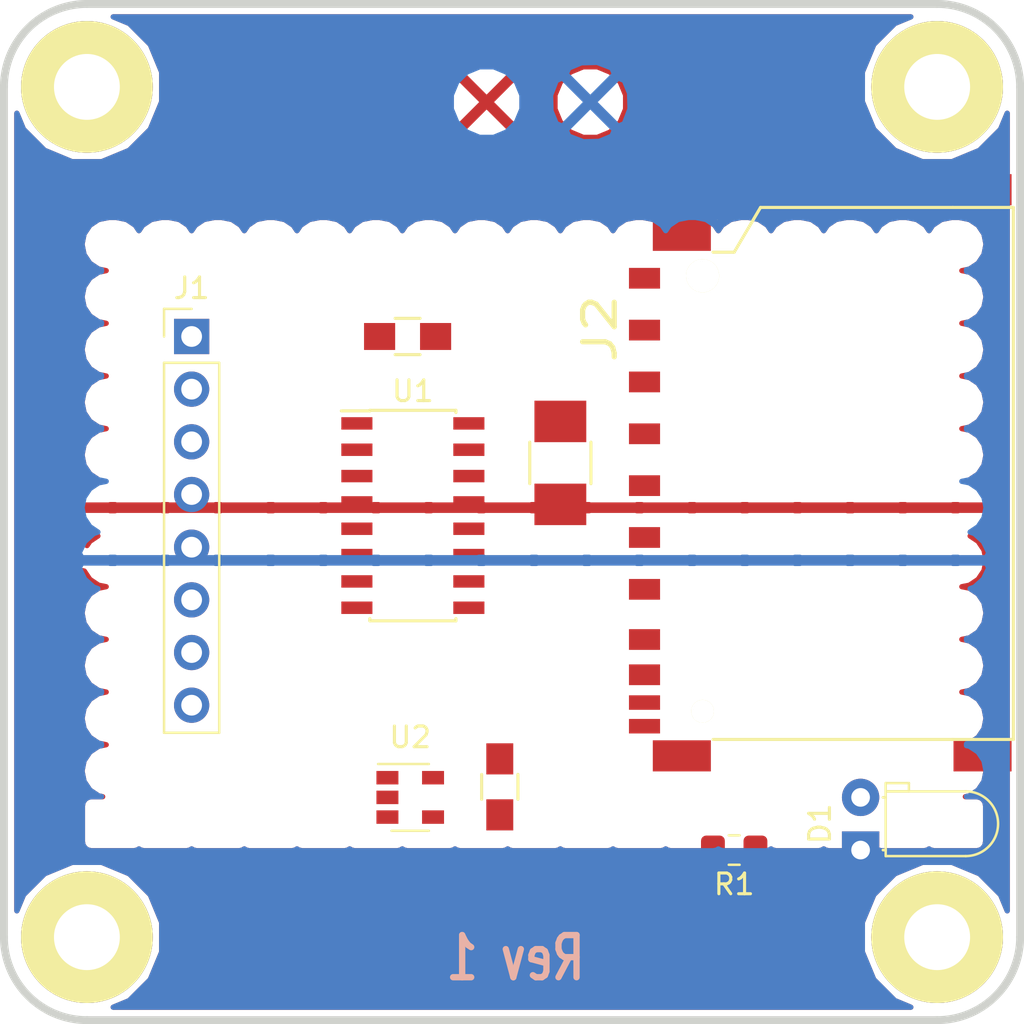
<source format=kicad_pcb>
(kicad_pcb (version 20171130) (host pcbnew "(5.0.2)-1")

  (general
    (thickness 1.6002)
    (drawings 13)
    (tracks 0)
    (zones 0)
    (modules 13)
    (nets 15)
  )

  (page A)
  (title_block
    (date "28 mar 2015")
    (rev X1)
  )

  (layers
    (0 Front signal)
    (31 Back signal)
    (36 B.SilkS user)
    (37 F.SilkS user)
    (38 B.Mask user)
    (39 F.Mask user)
    (40 Dwgs.User user hide)
    (44 Edge.Cuts user)
  )

  (setup
    (last_trace_width 0.2032)
    (user_trace_width 0.254)
    (user_trace_width 0.635)
    (trace_clearance 0.254)
    (zone_clearance 0.3048)
    (zone_45_only no)
    (trace_min 0.2032)
    (segment_width 0.381)
    (edge_width 0.381)
    (via_size 0.889)
    (via_drill 0.635)
    (via_min_size 0.889)
    (via_min_drill 0.508)
    (uvia_size 0.508)
    (uvia_drill 0.127)
    (uvias_allowed no)
    (uvia_min_size 0.508)
    (uvia_min_drill 0.127)
    (pcb_text_width 0.3048)
    (pcb_text_size 1.524 2.032)
    (mod_edge_width 0.381)
    (mod_text_size 1.524 1.524)
    (mod_text_width 0.3048)
    (pad_size 6.35 6.35)
    (pad_drill 3.175)
    (pad_to_mask_clearance 0.1524)
    (solder_mask_min_width 0.25)
    (aux_axis_origin 0 0)
    (visible_elements 7FFFFF7F)
    (pcbplotparams
      (layerselection 0x010f0_80000001)
      (usegerberextensions true)
      (usegerberattributes false)
      (usegerberadvancedattributes false)
      (creategerberjobfile false)
      (excludeedgelayer true)
      (linewidth 0.150000)
      (plotframeref false)
      (viasonmask false)
      (mode 1)
      (useauxorigin false)
      (hpglpennumber 1)
      (hpglpenspeed 20)
      (hpglpendiameter 15.000000)
      (psnegative false)
      (psa4output false)
      (plotreference true)
      (plotvalue false)
      (plotinvisibletext false)
      (padsonsilk false)
      (subtractmaskfromsilk false)
      (outputformat 1)
      (mirror false)
      (drillshape 0)
      (scaleselection 1)
      (outputdirectory "plots/"))
  )

  (net 0 "")
  (net 1 GND)
  (net 2 VCC)
  (net 3 "Net-(D1-Pad1)")
  (net 4 "Net-(D1-Pad2)")
  (net 5 /5V)
  (net 6 /3P3V)
  (net 7 "Net-(J1-Pad3)")
  (net 8 /SDCS)
  (net 9 /MOSI)
  (net 10 /SCLK)
  (net 11 /MISO)
  (net 12 "Net-(J2-Pad2)")
  (net 13 "Net-(J2-Pad1)")
  (net 14 "Net-(J2-Pad5)")

  (net_class Default "This is the default net class."
    (clearance 0.254)
    (trace_width 0.2032)
    (via_dia 0.889)
    (via_drill 0.635)
    (uvia_dia 0.508)
    (uvia_drill 0.127)
    (add_net /3P3V)
    (add_net /5V)
    (add_net /MISO)
    (add_net /MOSI)
    (add_net /SCLK)
    (add_net /SDCS)
    (add_net GND)
    (add_net "Net-(D1-Pad1)")
    (add_net "Net-(D1-Pad2)")
    (add_net "Net-(J1-Pad3)")
    (add_net "Net-(J2-Pad1)")
    (add_net "Net-(J2-Pad2)")
    (add_net "Net-(J2-Pad5)")
    (add_net VCC)
  )

  (net_class POWER ""
    (clearance 0.254)
    (trace_width 0.635)
    (via_dia 0.889)
    (via_drill 0.635)
    (uvia_dia 0.508)
    (uvia_drill 0.127)
  )

  (module MTG-4-40 locked (layer Front) (tedit 50F036E3) (tstamp 51AF63A5)
    (at 14 55)
    (path /5030F2C2)
    (fp_text reference MTG3 (at -6.858 -0.635) (layer F.SilkS) hide
      (effects (font (size 1.524 1.524) (thickness 0.3048)))
    )
    (fp_text value CONN_1 (at 0 -5.08) (layer F.SilkS) hide
      (effects (font (size 1.524 1.524) (thickness 0.3048)))
    )
    (pad 1 thru_hole circle (at 0 0) (size 6.35 6.35) (drill 3.175) (layers *.Cu *.Mask F.SilkS))
  )

  (module MTG-4-40 locked (layer Front) (tedit 50F036E3) (tstamp 51AF63AA)
    (at 55 55)
    (path /5030F2C1)
    (fp_text reference MTG4 (at -6.858 -0.635) (layer F.SilkS) hide
      (effects (font (size 1.524 1.524) (thickness 0.3048)))
    )
    (fp_text value CONN_1 (at 0 -5.08) (layer F.SilkS) hide
      (effects (font (size 1.524 1.524) (thickness 0.3048)))
    )
    (pad 1 thru_hole circle (at 0 0) (size 6.35 6.35) (drill 3.175) (layers *.Cu *.Mask F.SilkS))
  )

  (module MTG-4-40 locked (layer Front) (tedit 50F036E3) (tstamp 51AF63AF)
    (at 55 14)
    (path /5030F2BD)
    (fp_text reference MTG2 (at -6.858 -0.635) (layer F.SilkS) hide
      (effects (font (size 1.524 1.524) (thickness 0.3048)))
    )
    (fp_text value CONN_1 (at 0 -5.08) (layer F.SilkS) hide
      (effects (font (size 1.524 1.524) (thickness 0.3048)))
    )
    (pad 1 thru_hole circle (at 0 0) (size 6.35 6.35) (drill 3.175) (layers *.Cu *.Mask F.SilkS))
  )

  (module MTG-4-40 locked (layer Front) (tedit 50F036E3) (tstamp 51AF63B4)
    (at 14 14)
    (path /5030F2A7)
    (fp_text reference MTG1 (at -6.858 -0.635) (layer F.SilkS) hide
      (effects (font (size 1.524 1.524) (thickness 0.3048)))
    )
    (fp_text value CONN_1 (at 0 -5.08) (layer F.SilkS) hide
      (effects (font (size 1.524 1.524) (thickness 0.3048)))
    )
    (pad 1 thru_hole circle (at 0 0) (size 6.35 6.35) (drill 3.175) (layers *.Cu *.Mask F.SilkS))
  )

  (module Resistors_SMD:R_1210_HandSoldering (layer Front) (tedit 57F06C69) (tstamp 57F07CB8)
    (at 36.83 32.131 270)
    (descr "Resistor SMD 1210, hand soldering")
    (tags "resistor 1210")
    (path /57F0F90C)
    (attr smd)
    (fp_text reference C1 (at 0 -2.7 270) (layer F.SilkS) hide
      (effects (font (size 1 1) (thickness 0.15)))
    )
    (fp_text value 0.1uF (at 0 2.7 270) (layer F.Fab) hide
      (effects (font (size 1 1) (thickness 0.15)))
    )
    (fp_line (start -3.3 -1.6) (end 3.3 -1.6) (layer F.CrtYd) (width 0.05))
    (fp_line (start -3.3 1.6) (end 3.3 1.6) (layer F.CrtYd) (width 0.05))
    (fp_line (start -3.3 -1.6) (end -3.3 1.6) (layer F.CrtYd) (width 0.05))
    (fp_line (start 3.3 -1.6) (end 3.3 1.6) (layer F.CrtYd) (width 0.05))
    (fp_line (start 1 1.475) (end -1 1.475) (layer F.SilkS) (width 0.15))
    (fp_line (start -1 -1.475) (end 1 -1.475) (layer F.SilkS) (width 0.15))
    (pad 1 smd rect (at -2 0 270) (size 2 2.5) (layers Front F.Mask)
      (net 2 VCC))
    (pad 2 smd rect (at 2 0 270) (size 2 2.5) (layers Front F.Mask)
      (net 1 GND))
    (model Resistors_SMD.3dshapes/R_1210_HandSoldering.wrl
      (at (xyz 0 0 0))
      (scale (xyz 1 1 1))
      (rotate (xyz 0 0 0))
    )
  )

  (module Resistors_SMD:R_0805_HandSoldering (layer Front) (tedit 57F06CB5) (tstamp 57F07DD4)
    (at 33.909 47.752 270)
    (descr "Resistor SMD 0805, hand soldering")
    (tags "resistor 0805")
    (path /51CCA2BF)
    (attr smd)
    (fp_text reference C2 (at 0 -2.1 270) (layer F.SilkS) hide
      (effects (font (size 1 1) (thickness 0.15)))
    )
    (fp_text value 0.1uF (at 0 2.1 270) (layer F.Fab) hide
      (effects (font (size 1 1) (thickness 0.15)))
    )
    (fp_line (start -2.4 -1) (end 2.4 -1) (layer F.CrtYd) (width 0.05))
    (fp_line (start -2.4 1) (end 2.4 1) (layer F.CrtYd) (width 0.05))
    (fp_line (start -2.4 -1) (end -2.4 1) (layer F.CrtYd) (width 0.05))
    (fp_line (start 2.4 -1) (end 2.4 1) (layer F.CrtYd) (width 0.05))
    (fp_line (start 0.6 0.875) (end -0.6 0.875) (layer F.SilkS) (width 0.15))
    (fp_line (start -0.6 -0.875) (end 0.6 -0.875) (layer F.SilkS) (width 0.15))
    (pad 1 smd rect (at -1.35 0 270) (size 1.5 1.3) (layers Front F.Mask)
      (net 2 VCC))
    (pad 2 smd rect (at 1.35 0 270) (size 1.5 1.3) (layers Front F.Mask)
      (net 1 GND))
    (model Resistors_SMD.3dshapes/R_0805_HandSoldering.wrl
      (at (xyz 0 0 0))
      (scale (xyz 1 1 1))
      (rotate (xyz 0 0 0))
    )
  )

  (module Resistors_SMD:R_0805_HandSoldering (layer Front) (tedit 57F06CCB) (tstamp 57F07DDF)
    (at 29.464 26.035 180)
    (descr "Resistor SMD 0805, hand soldering")
    (tags "resistor 0805")
    (path /51CCA2CE)
    (attr smd)
    (fp_text reference C4 (at 0 -2.1 180) (layer F.SilkS) hide
      (effects (font (size 1 1) (thickness 0.15)))
    )
    (fp_text value 0.1uF (at 0 2.1 180) (layer F.Fab) hide
      (effects (font (size 1 1) (thickness 0.15)))
    )
    (fp_line (start -2.4 -1) (end 2.4 -1) (layer F.CrtYd) (width 0.05))
    (fp_line (start -2.4 1) (end 2.4 1) (layer F.CrtYd) (width 0.05))
    (fp_line (start -2.4 -1) (end -2.4 1) (layer F.CrtYd) (width 0.05))
    (fp_line (start 2.4 -1) (end 2.4 1) (layer F.CrtYd) (width 0.05))
    (fp_line (start 0.6 0.875) (end -0.6 0.875) (layer F.SilkS) (width 0.15))
    (fp_line (start -0.6 -0.875) (end 0.6 -0.875) (layer F.SilkS) (width 0.15))
    (pad 1 smd rect (at -1.35 0 180) (size 1.5 1.3) (layers Front F.Mask)
      (net 2 VCC))
    (pad 2 smd rect (at 1.35 0 180) (size 1.5 1.3) (layers Front F.Mask)
      (net 1 GND))
    (model Resistors_SMD.3dshapes/R_0805_HandSoldering.wrl
      (at (xyz 0 0 0))
      (scale (xyz 1 1 1))
      (rotate (xyz 0 0 0))
    )
  )

  (module LED_THT:LED_D3.0mm_Horizontal_O1.27mm_Z2.0mm_IRBlack (layer Front) (tedit 5A6C9E1E) (tstamp 5DD4426A)
    (at 51.308 50.8 90)
    (descr "LED, diameter 3.0mm z-position of LED center 2.0mm, 2 pins")
    (tags "LED diameter 3.0mm z-position of LED center 2.0mm 2 pins")
    (path /5DD354A1)
    (fp_text reference D1 (at 1.27 -1.96 90) (layer F.SilkS)
      (effects (font (size 1 1) (thickness 0.15)))
    )
    (fp_text value LED_ALT (at 1.27 7.63 90) (layer F.Fab)
      (effects (font (size 1 1) (thickness 0.15)))
    )
    (fp_text user %R (at 1.27 0 90) (layer F.Fab)
      (effects (font (size 1 1) (thickness 0.15)))
    )
    (fp_line (start -0.23 1.27) (end -0.23 5.07) (layer F.Fab) (width 0.1))
    (fp_line (start 2.77 1.27) (end 2.77 5.07) (layer F.Fab) (width 0.1))
    (fp_line (start -0.23 1.27) (end 2.77 1.27) (layer F.Fab) (width 0.1))
    (fp_line (start 3.17 1.27) (end 3.17 2.27) (layer F.Fab) (width 0.1))
    (fp_line (start 3.17 2.27) (end 2.77 2.27) (layer F.Fab) (width 0.1))
    (fp_line (start 2.77 2.27) (end 2.77 1.27) (layer F.Fab) (width 0.1))
    (fp_line (start 2.77 1.27) (end 3.17 1.27) (layer F.Fab) (width 0.1))
    (fp_line (start 0 0) (end 0 1.27) (layer F.Fab) (width 0.1))
    (fp_line (start 0 1.27) (end 0 1.27) (layer F.Fab) (width 0.1))
    (fp_line (start 0 1.27) (end 0 0) (layer F.Fab) (width 0.1))
    (fp_line (start 0 0) (end 0 0) (layer F.Fab) (width 0.1))
    (fp_line (start 2.54 0) (end 2.54 1.27) (layer F.Fab) (width 0.1))
    (fp_line (start 2.54 1.27) (end 2.54 1.27) (layer F.Fab) (width 0.1))
    (fp_line (start 2.54 1.27) (end 2.54 0) (layer F.Fab) (width 0.1))
    (fp_line (start 2.54 0) (end 2.54 0) (layer F.Fab) (width 0.1))
    (fp_line (start -0.29 1.21) (end -0.29 5.07) (layer F.SilkS) (width 0.12))
    (fp_line (start 2.83 1.21) (end 2.83 5.07) (layer F.SilkS) (width 0.12))
    (fp_line (start -0.29 1.21) (end 2.83 1.21) (layer F.SilkS) (width 0.12))
    (fp_line (start 3.23 1.21) (end 3.23 2.33) (layer F.SilkS) (width 0.12))
    (fp_line (start 3.23 2.33) (end 2.83 2.33) (layer F.SilkS) (width 0.12))
    (fp_line (start 2.83 2.33) (end 2.83 1.21) (layer F.SilkS) (width 0.12))
    (fp_line (start 2.83 1.21) (end 3.23 1.21) (layer F.SilkS) (width 0.12))
    (fp_line (start 0 1.08) (end 0 1.21) (layer F.SilkS) (width 0.12))
    (fp_line (start 0 1.21) (end 0 1.21) (layer F.SilkS) (width 0.12))
    (fp_line (start 0 1.21) (end 0 1.08) (layer F.SilkS) (width 0.12))
    (fp_line (start 0 1.08) (end 0 1.08) (layer F.SilkS) (width 0.12))
    (fp_line (start 2.54 1.08) (end 2.54 1.21) (layer F.SilkS) (width 0.12))
    (fp_line (start 2.54 1.21) (end 2.54 1.21) (layer F.SilkS) (width 0.12))
    (fp_line (start 2.54 1.21) (end 2.54 1.08) (layer F.SilkS) (width 0.12))
    (fp_line (start 2.54 1.08) (end 2.54 1.08) (layer F.SilkS) (width 0.12))
    (fp_line (start -1.25 -1.25) (end -1.25 6.9) (layer F.CrtYd) (width 0.05))
    (fp_line (start -1.25 6.9) (end 3.75 6.9) (layer F.CrtYd) (width 0.05))
    (fp_line (start 3.75 6.9) (end 3.75 -1.25) (layer F.CrtYd) (width 0.05))
    (fp_line (start 3.75 -1.25) (end -1.25 -1.25) (layer F.CrtYd) (width 0.05))
    (fp_arc (start 1.27 5.07) (end -0.23 5.07) (angle -180) (layer F.Fab) (width 0.1))
    (fp_arc (start 1.27 5.07) (end -0.29 5.07) (angle -180) (layer F.SilkS) (width 0.12))
    (pad 1 thru_hole rect (at 0 0 90) (size 1.8 1.8) (drill 0.9) (layers *.Cu *.Mask)
      (net 3 "Net-(D1-Pad1)"))
    (pad 2 thru_hole circle (at 2.54 0 90) (size 1.8 1.8) (drill 0.9) (layers *.Cu *.Mask)
      (net 4 "Net-(D1-Pad2)"))
    (model ${KISYS3DMOD}/LED_THT.3dshapes/LED_D3.0mm_Horizontal_O1.27mm_Z2.0mm_IRBlack.wrl
      (at (xyz 0 0 0))
      (scale (xyz 1 1 1))
      (rotate (xyz 0 0 0))
    )
  )

  (module Connector_PinHeader_2.54mm:PinHeader_1x08_P2.54mm_Vertical (layer Front) (tedit 59FED5CC) (tstamp 5DD44286)
    (at 19.05 26.035)
    (descr "Through hole straight pin header, 1x08, 2.54mm pitch, single row")
    (tags "Through hole pin header THT 1x08 2.54mm single row")
    (path /5DD34E61)
    (fp_text reference J1 (at 0 -2.33) (layer F.SilkS)
      (effects (font (size 1 1) (thickness 0.15)))
    )
    (fp_text value Conn_01x08 (at 0 20.11) (layer F.Fab)
      (effects (font (size 1 1) (thickness 0.15)))
    )
    (fp_line (start -0.635 -1.27) (end 1.27 -1.27) (layer F.Fab) (width 0.1))
    (fp_line (start 1.27 -1.27) (end 1.27 19.05) (layer F.Fab) (width 0.1))
    (fp_line (start 1.27 19.05) (end -1.27 19.05) (layer F.Fab) (width 0.1))
    (fp_line (start -1.27 19.05) (end -1.27 -0.635) (layer F.Fab) (width 0.1))
    (fp_line (start -1.27 -0.635) (end -0.635 -1.27) (layer F.Fab) (width 0.1))
    (fp_line (start -1.33 19.11) (end 1.33 19.11) (layer F.SilkS) (width 0.12))
    (fp_line (start -1.33 1.27) (end -1.33 19.11) (layer F.SilkS) (width 0.12))
    (fp_line (start 1.33 1.27) (end 1.33 19.11) (layer F.SilkS) (width 0.12))
    (fp_line (start -1.33 1.27) (end 1.33 1.27) (layer F.SilkS) (width 0.12))
    (fp_line (start -1.33 0) (end -1.33 -1.33) (layer F.SilkS) (width 0.12))
    (fp_line (start -1.33 -1.33) (end 0 -1.33) (layer F.SilkS) (width 0.12))
    (fp_line (start -1.8 -1.8) (end -1.8 19.55) (layer F.CrtYd) (width 0.05))
    (fp_line (start -1.8 19.55) (end 1.8 19.55) (layer F.CrtYd) (width 0.05))
    (fp_line (start 1.8 19.55) (end 1.8 -1.8) (layer F.CrtYd) (width 0.05))
    (fp_line (start 1.8 -1.8) (end -1.8 -1.8) (layer F.CrtYd) (width 0.05))
    (fp_text user %R (at 0 8.89 90) (layer F.Fab)
      (effects (font (size 1 1) (thickness 0.15)))
    )
    (pad 1 thru_hole rect (at 0 0) (size 1.7 1.7) (drill 1) (layers *.Cu *.Mask)
      (net 5 /5V))
    (pad 2 thru_hole oval (at 0 2.54) (size 1.7 1.7) (drill 1) (layers *.Cu *.Mask)
      (net 6 /3P3V))
    (pad 3 thru_hole oval (at 0 5.08) (size 1.7 1.7) (drill 1) (layers *.Cu *.Mask)
      (net 7 "Net-(J1-Pad3)"))
    (pad 4 thru_hole oval (at 0 7.62) (size 1.7 1.7) (drill 1) (layers *.Cu *.Mask)
      (net 8 /SDCS))
    (pad 5 thru_hole oval (at 0 10.16) (size 1.7 1.7) (drill 1) (layers *.Cu *.Mask)
      (net 9 /MOSI))
    (pad 6 thru_hole oval (at 0 12.7) (size 1.7 1.7) (drill 1) (layers *.Cu *.Mask)
      (net 10 /SCLK))
    (pad 7 thru_hole oval (at 0 15.24) (size 1.7 1.7) (drill 1) (layers *.Cu *.Mask)
      (net 11 /MISO))
    (pad 8 thru_hole oval (at 0 17.78) (size 1.7 1.7) (drill 1) (layers *.Cu *.Mask)
      (net 1 GND))
    (model ${KISYS3DMOD}/Connector_PinHeader_2.54mm.3dshapes/PinHeader_1x08_P2.54mm_Vertical.wrl
      (at (xyz 0 0 0))
      (scale (xyz 1 1 1))
      (rotate (xyz 0 0 0))
    )
  )

  (module LandBoards_Conns:SD_CARD (layer Front) (tedit 58824ABB) (tstamp 5DD442A4)
    (at 43.688 38.227 90)
    (path /5DD34C75)
    (fp_text reference J2 (at 12.573 -4.953 90) (layer F.SilkS)
      (effects (font (size 1.524 1.905) (thickness 0.25)))
    )
    (fp_text value SD_Card (at 5.461 16.129 90) (layer F.Fab) hide
      (effects (font (size 1 1) (thickness 0.15)))
    )
    (fp_line (start -7.239 12.065) (end -7.239 14.986) (layer F.SilkS) (width 0.15))
    (fp_line (start -7.239 14.986) (end 18.288 14.986) (layer F.SilkS) (width 0.15))
    (fp_line (start 18.288 14.986) (end 18.415 14.986) (layer F.SilkS) (width 0.15))
    (fp_line (start 18.415 14.986) (end 18.415 12.065) (layer F.SilkS) (width 0.15))
    (fp_line (start -7.239 0.508) (end -7.239 12.065) (layer F.SilkS) (width 0.15))
    (fp_line (start 18.415 12.065) (end 18.415 2.794) (layer F.SilkS) (width 0.15))
    (fp_line (start 18.415 2.794) (end 16.256 1.524) (layer F.SilkS) (width 0.15))
    (fp_line (start 16.256 1.524) (end 16.256 0.508) (layer F.SilkS) (width 0.15))
    (fp_line (start 17.82 0.72) (end 17.82 0.71) (layer F.SilkS) (width 0.01))
    (pad 11 smd rect (at -6.6 -2.8 90) (size 0.7 1.5) (layers Front F.Mask))
    (pad 10 smd rect (at -5.46 -2.8 90) (size 0.7 1.5) (layers Front F.Mask)
      (net 7 "Net-(J1-Pad3)"))
    (pad "" np_thru_hole circle (at 15.12 0 90) (size 1.6 1.6) (drill 1.6) (layers *.Cu *.Mask F.SilkS))
    (pad 2 smd rect (at 10 -2.8 90) (size 1 1.5) (layers Front F.Mask)
      (net 12 "Net-(J2-Pad2)"))
    (pad 1 smd rect (at 12.5 -2.8 90) (size 1 1.5) (layers Front F.Mask)
      (net 13 "Net-(J2-Pad1)"))
    (pad 3 smd rect (at 7.5 -2.8 90) (size 1 1.5) (layers Front F.Mask)
      (net 1 GND))
    (pad 4 smd rect (at 5 -2.8 90) (size 1 1.5) (layers Front F.Mask)
      (net 6 /3P3V))
    (pad 5 smd rect (at 2.5 -2.8 90) (size 1 1.5) (layers Front F.Mask)
      (net 14 "Net-(J2-Pad5)"))
    (pad 6 smd rect (at 0 -2.8 90) (size 1 1.5) (layers Front F.Mask)
      (net 1 GND))
    (pad 7 smd rect (at -2.42 -2.8 90) (size 1 1.5) (layers Front F.Mask)
      (net 11 /MISO))
    (pad 8 smd rect (at -4.12 -2.8 90) (size 1 1.5) (layers Front F.Mask))
    (pad 9 smd rect (at 15 -2.8 90) (size 1 1.5) (layers Front F.Mask))
    (pad 12 smd rect (at 17.07 -1 90) (size 1.5 2.8) (layers Front F.Mask)
      (net 1 GND))
    (pad 13 smd rect (at -8.03 -1 90) (size 1.5 2.8) (layers Front F.Mask)
      (net 1 GND))
    (pad 14 smd rect (at -8.03 13.5 90) (size 1.5 2.8) (layers Front F.Mask))
    (pad 15 smd rect (at 19.27 13.5 90) (size 1.5 2.8) (layers Front F.Mask))
    (pad "" np_thru_hole circle (at -5.88 0 90) (size 1.1 1.1) (drill 1.1) (layers *.Cu *.Mask F.SilkS))
  )

  (module Resistor_SMD:R_0805_2012Metric_Pad1.15x1.40mm_HandSolder (layer Front) (tedit 5B36C52B) (tstamp 5DD442B5)
    (at 45.212 50.8 180)
    (descr "Resistor SMD 0805 (2012 Metric), square (rectangular) end terminal, IPC_7351 nominal with elongated pad for handsoldering. (Body size source: https://docs.google.com/spreadsheets/d/1BsfQQcO9C6DZCsRaXUlFlo91Tg2WpOkGARC1WS5S8t0/edit?usp=sharing), generated with kicad-footprint-generator")
    (tags "resistor handsolder")
    (path /5DD35555)
    (attr smd)
    (fp_text reference R1 (at 0 -1.65 180) (layer F.SilkS)
      (effects (font (size 1 1) (thickness 0.15)))
    )
    (fp_text value 1K (at 0 1.65 180) (layer F.Fab)
      (effects (font (size 1 1) (thickness 0.15)))
    )
    (fp_line (start -1 0.6) (end -1 -0.6) (layer F.Fab) (width 0.1))
    (fp_line (start -1 -0.6) (end 1 -0.6) (layer F.Fab) (width 0.1))
    (fp_line (start 1 -0.6) (end 1 0.6) (layer F.Fab) (width 0.1))
    (fp_line (start 1 0.6) (end -1 0.6) (layer F.Fab) (width 0.1))
    (fp_line (start -0.261252 -0.71) (end 0.261252 -0.71) (layer F.SilkS) (width 0.12))
    (fp_line (start -0.261252 0.71) (end 0.261252 0.71) (layer F.SilkS) (width 0.12))
    (fp_line (start -1.85 0.95) (end -1.85 -0.95) (layer F.CrtYd) (width 0.05))
    (fp_line (start -1.85 -0.95) (end 1.85 -0.95) (layer F.CrtYd) (width 0.05))
    (fp_line (start 1.85 -0.95) (end 1.85 0.95) (layer F.CrtYd) (width 0.05))
    (fp_line (start 1.85 0.95) (end -1.85 0.95) (layer F.CrtYd) (width 0.05))
    (fp_text user %R (at 0 0 180) (layer F.Fab)
      (effects (font (size 0.5 0.5) (thickness 0.08)))
    )
    (pad 1 smd roundrect (at -1.025 0 180) (size 1.15 1.4) (layers Front F.Paste F.Mask) (roundrect_rratio 0.217391)
      (net 3 "Net-(D1-Pad1)"))
    (pad 2 smd roundrect (at 1.025 0 180) (size 1.15 1.4) (layers Front F.Paste F.Mask) (roundrect_rratio 0.217391)
      (net 8 /SDCS))
    (model ${KISYS3DMOD}/Resistor_SMD.3dshapes/R_0805_2012Metric.wrl
      (at (xyz 0 0 0))
      (scale (xyz 1 1 1))
      (rotate (xyz 0 0 0))
    )
  )

  (module Package_SO:SOIC-16_3.9x9.9mm_P1.27mm (layer Front) (tedit 5A02F2D3) (tstamp 5DD442DA)
    (at 29.718 34.671)
    (descr "16-Lead Plastic Small Outline (SL) - Narrow, 3.90 mm Body [SOIC] (see Microchip Packaging Specification 00000049BS.pdf)")
    (tags "SOIC 1.27")
    (path /5DD352BB)
    (attr smd)
    (fp_text reference U1 (at 0 -6) (layer F.SilkS)
      (effects (font (size 1 1) (thickness 0.15)))
    )
    (fp_text value 4050 (at 0 6) (layer F.Fab)
      (effects (font (size 1 1) (thickness 0.15)))
    )
    (fp_text user %R (at 0 0) (layer F.Fab)
      (effects (font (size 0.9 0.9) (thickness 0.135)))
    )
    (fp_line (start -0.95 -4.95) (end 1.95 -4.95) (layer F.Fab) (width 0.15))
    (fp_line (start 1.95 -4.95) (end 1.95 4.95) (layer F.Fab) (width 0.15))
    (fp_line (start 1.95 4.95) (end -1.95 4.95) (layer F.Fab) (width 0.15))
    (fp_line (start -1.95 4.95) (end -1.95 -3.95) (layer F.Fab) (width 0.15))
    (fp_line (start -1.95 -3.95) (end -0.95 -4.95) (layer F.Fab) (width 0.15))
    (fp_line (start -3.7 -5.25) (end -3.7 5.25) (layer F.CrtYd) (width 0.05))
    (fp_line (start 3.7 -5.25) (end 3.7 5.25) (layer F.CrtYd) (width 0.05))
    (fp_line (start -3.7 -5.25) (end 3.7 -5.25) (layer F.CrtYd) (width 0.05))
    (fp_line (start -3.7 5.25) (end 3.7 5.25) (layer F.CrtYd) (width 0.05))
    (fp_line (start -2.075 -5.075) (end -2.075 -5.05) (layer F.SilkS) (width 0.15))
    (fp_line (start 2.075 -5.075) (end 2.075 -4.97) (layer F.SilkS) (width 0.15))
    (fp_line (start 2.075 5.075) (end 2.075 4.97) (layer F.SilkS) (width 0.15))
    (fp_line (start -2.075 5.075) (end -2.075 4.97) (layer F.SilkS) (width 0.15))
    (fp_line (start -2.075 -5.075) (end 2.075 -5.075) (layer F.SilkS) (width 0.15))
    (fp_line (start -2.075 5.075) (end 2.075 5.075) (layer F.SilkS) (width 0.15))
    (fp_line (start -2.075 -5.05) (end -3.45 -5.05) (layer F.SilkS) (width 0.15))
    (pad 1 smd rect (at -2.7 -4.445) (size 1.5 0.6) (layers Front F.Paste F.Mask))
    (pad 2 smd rect (at -2.7 -3.175) (size 1.5 0.6) (layers Front F.Paste F.Mask)
      (net 14 "Net-(J2-Pad5)"))
    (pad 3 smd rect (at -2.7 -1.905) (size 1.5 0.6) (layers Front F.Paste F.Mask)
      (net 10 /SCLK))
    (pad 4 smd rect (at -2.7 -0.635) (size 1.5 0.6) (layers Front F.Paste F.Mask)
      (net 12 "Net-(J2-Pad2)"))
    (pad 5 smd rect (at -2.7 0.635) (size 1.5 0.6) (layers Front F.Paste F.Mask)
      (net 9 /MOSI))
    (pad 6 smd rect (at -2.7 1.905) (size 1.5 0.6) (layers Front F.Paste F.Mask)
      (net 13 "Net-(J2-Pad1)"))
    (pad 7 smd rect (at -2.7 3.175) (size 1.5 0.6) (layers Front F.Paste F.Mask)
      (net 8 /SDCS))
    (pad 8 smd rect (at -2.7 4.445) (size 1.5 0.6) (layers Front F.Paste F.Mask))
    (pad 9 smd rect (at 2.7 4.445) (size 1.5 0.6) (layers Front F.Paste F.Mask)
      (net 10 /SCLK))
    (pad 10 smd rect (at 2.7 3.175) (size 1.5 0.6) (layers Front F.Paste F.Mask)
      (net 4 "Net-(D1-Pad2)"))
    (pad 11 smd rect (at 2.7 1.905) (size 1.5 0.6) (layers Front F.Paste F.Mask)
      (net 1 GND))
    (pad 12 smd rect (at 2.7 0.635) (size 1.5 0.6) (layers Front F.Paste F.Mask))
    (pad 13 smd rect (at 2.7 -0.635) (size 1.5 0.6) (layers Front F.Paste F.Mask))
    (pad 14 smd rect (at 2.7 -1.905) (size 1.5 0.6) (layers Front F.Paste F.Mask)
      (net 1 GND))
    (pad 15 smd rect (at 2.7 -3.175) (size 1.5 0.6) (layers Front F.Paste F.Mask))
    (pad 16 smd rect (at 2.7 -4.445) (size 1.5 0.6) (layers Front F.Paste F.Mask))
    (model ${KISYS3DMOD}/Package_SO.3dshapes/SOIC-16_3.9x9.9mm_P1.27mm.wrl
      (at (xyz 0 0 0))
      (scale (xyz 1 1 1))
      (rotate (xyz 0 0 0))
    )
  )

  (module Package_TO_SOT_SMD:SOT-23-5 (layer Front) (tedit 5A02FF57) (tstamp 5DD442EF)
    (at 29.591 48.26)
    (descr "5-pin SOT23 package")
    (tags SOT-23-5)
    (path /5DD383BB)
    (attr smd)
    (fp_text reference U2 (at 0 -2.9) (layer F.SilkS)
      (effects (font (size 1 1) (thickness 0.15)))
    )
    (fp_text value LP2985-3.3 (at 0 2.9) (layer F.Fab)
      (effects (font (size 1 1) (thickness 0.15)))
    )
    (fp_text user %R (at 0 0 90) (layer F.Fab)
      (effects (font (size 0.5 0.5) (thickness 0.075)))
    )
    (fp_line (start -0.9 1.61) (end 0.9 1.61) (layer F.SilkS) (width 0.12))
    (fp_line (start 0.9 -1.61) (end -1.55 -1.61) (layer F.SilkS) (width 0.12))
    (fp_line (start -1.9 -1.8) (end 1.9 -1.8) (layer F.CrtYd) (width 0.05))
    (fp_line (start 1.9 -1.8) (end 1.9 1.8) (layer F.CrtYd) (width 0.05))
    (fp_line (start 1.9 1.8) (end -1.9 1.8) (layer F.CrtYd) (width 0.05))
    (fp_line (start -1.9 1.8) (end -1.9 -1.8) (layer F.CrtYd) (width 0.05))
    (fp_line (start -0.9 -0.9) (end -0.25 -1.55) (layer F.Fab) (width 0.1))
    (fp_line (start 0.9 -1.55) (end -0.25 -1.55) (layer F.Fab) (width 0.1))
    (fp_line (start -0.9 -0.9) (end -0.9 1.55) (layer F.Fab) (width 0.1))
    (fp_line (start 0.9 1.55) (end -0.9 1.55) (layer F.Fab) (width 0.1))
    (fp_line (start 0.9 -1.55) (end 0.9 1.55) (layer F.Fab) (width 0.1))
    (pad 1 smd rect (at -1.1 -0.95) (size 1.06 0.65) (layers Front F.Paste F.Mask)
      (net 5 /5V))
    (pad 2 smd rect (at -1.1 0) (size 1.06 0.65) (layers Front F.Paste F.Mask)
      (net 1 GND))
    (pad 3 smd rect (at -1.1 0.95) (size 1.06 0.65) (layers Front F.Paste F.Mask))
    (pad 4 smd rect (at 1.1 0.95) (size 1.06 0.65) (layers Front F.Paste F.Mask))
    (pad 5 smd rect (at 1.1 -0.95) (size 1.06 0.65) (layers Front F.Paste F.Mask)
      (net 6 /3P3V))
    (model ${KISYS3DMOD}/Package_TO_SOT_SMD.3dshapes/SOT-23-5.wrl
      (at (xyz 0 0 0))
      (scale (xyz 1 1 1))
      (rotate (xyz 0 0 0))
    )
  )

  (gr_text "Rev 1" (at 34.671 56.007) (layer B.SilkS)
    (effects (font (size 2.032 1.524) (thickness 0.3048)) (justify mirror))
  )
  (dimension 49 (width 0.3048) (layer Dwgs.User)
    (gr_text "49.000 mm" (at 0.3744 34.5 90) (layer Dwgs.User)
      (effects (font (size 2.032 1.524) (thickness 0.3048)))
    )
    (feature1 (pts (xy 14 10) (xy -1.2512 10)))
    (feature2 (pts (xy 14 59) (xy -1.2512 59)))
    (crossbar (pts (xy 2 59) (xy 2 10)))
    (arrow1a (pts (xy 2 10) (xy 2.58642 11.126503)))
    (arrow1b (pts (xy 2 10) (xy 1.41358 11.126503)))
    (arrow2a (pts (xy 2 59) (xy 2.58642 57.873497)))
    (arrow2b (pts (xy 2 59) (xy 1.41358 57.873497)))
  )
  (dimension 49 (width 0.3048) (layer Dwgs.User)
    (gr_text "49.000 mm" (at 34.5 2.374401) (layer Dwgs.User)
      (effects (font (size 2.032 1.524) (thickness 0.3048)))
    )
    (feature1 (pts (xy 10 14) (xy 10 0.748801)))
    (feature2 (pts (xy 59 14) (xy 59 0.748801)))
    (crossbar (pts (xy 59 4.000001) (xy 10 4.000001)))
    (arrow1a (pts (xy 10 4.000001) (xy 11.126503 3.413581)))
    (arrow1b (pts (xy 10 4.000001) (xy 11.126503 4.586421)))
    (arrow2a (pts (xy 59 4.000001) (xy 57.873497 3.413581)))
    (arrow2b (pts (xy 59 4.000001) (xy 57.873497 4.586421)))
  )
  (dimension 41 (width 0.3048) (layer Dwgs.User)
    (gr_text "41.000 mm" (at 34.5 6.374401) (layer Dwgs.User)
      (effects (font (size 2.032 1.524) (thickness 0.3048)))
    )
    (feature1 (pts (xy 55 14) (xy 55 4.748801)))
    (feature2 (pts (xy 14 14) (xy 14 4.748801)))
    (crossbar (pts (xy 14 8.000001) (xy 55 8.000001)))
    (arrow1a (pts (xy 55 8.000001) (xy 53.873497 8.586421)))
    (arrow1b (pts (xy 55 8.000001) (xy 53.873497 7.413581)))
    (arrow2a (pts (xy 14 8.000001) (xy 15.126503 8.586421)))
    (arrow2b (pts (xy 14 8.000001) (xy 15.126503 7.413581)))
  )
  (dimension 41 (width 0.3048) (layer Dwgs.User)
    (gr_text "41.000 mm" (at 6.3744 34.5 90) (layer Dwgs.User)
      (effects (font (size 2.032 1.524) (thickness 0.3048)))
    )
    (feature1 (pts (xy 14 14) (xy 4.7488 14)))
    (feature2 (pts (xy 14 55) (xy 4.7488 55)))
    (crossbar (pts (xy 8 55) (xy 8 14)))
    (arrow1a (pts (xy 8 14) (xy 8.58642 15.126503)))
    (arrow1b (pts (xy 8 14) (xy 7.41358 15.126503)))
    (arrow2a (pts (xy 8 55) (xy 8.58642 53.873497)))
    (arrow2b (pts (xy 8 55) (xy 7.41358 53.873497)))
  )
  (gr_line (start 10 55) (end 10 14) (angle 90) (layer Edge.Cuts) (width 0.381))
  (gr_line (start 55 59) (end 14 59) (angle 90) (layer Edge.Cuts) (width 0.381))
  (gr_line (start 59 14) (end 59 55) (angle 90) (layer Edge.Cuts) (width 0.381))
  (gr_line (start 14 10) (end 55 10) (angle 90) (layer Edge.Cuts) (width 0.381))
  (gr_arc (start 55 55) (end 59 55) (angle 90) (layer Edge.Cuts) (width 0.381))
  (gr_arc (start 55 14) (end 55 10) (angle 90) (layer Edge.Cuts) (width 0.381))
  (gr_arc (start 14 14) (end 10 14) (angle 90) (layer Edge.Cuts) (width 0.381))
  (gr_arc (start 14 55) (end 14 59) (angle 90) (layer Edge.Cuts) (width 0.381))

  (zone (net 2) (net_name VCC) (layer Front) (tstamp 57F077A8) (hatch edge 0.508)
    (connect_pads (clearance 0.3048))
    (min_thickness 0.254)
    (fill yes (arc_segments 16) (thermal_gap 0.508) (thermal_bridge_width 0.508))
    (polygon
      (pts
        (xy 13.97 10.16) (xy 54.61 10.16) (xy 59.055 14.605) (xy 59.055 55.245) (xy 53.975 59.055)
        (xy 14.605 59.055) (xy 10.16 53.975) (xy 10.16 13.97)
      )
    )
    (filled_polygon
      (pts
        (xy 52.959581 10.940521) (xy 51.944087 11.954245) (xy 51.393828 13.279416) (xy 51.392576 14.714289) (xy 51.940521 16.040419)
        (xy 52.954245 17.055913) (xy 54.279416 17.606172) (xy 55.714289 17.607424) (xy 57.040419 17.059479) (xy 58.055913 16.045755)
        (xy 58.3777 15.270806) (xy 58.3777 53.729736) (xy 58.059479 52.959581) (xy 57.045755 51.944087) (xy 55.720584 51.393828)
        (xy 54.285711 51.392576) (xy 52.959581 51.940521) (xy 51.944087 52.954245) (xy 51.393828 54.279416) (xy 51.392576 55.714289)
        (xy 51.940521 57.040419) (xy 52.954245 58.055913) (xy 53.729194 58.3777) (xy 15.270264 58.3777) (xy 16.040419 58.059479)
        (xy 17.055913 57.045755) (xy 17.606172 55.720584) (xy 17.607424 54.285711) (xy 17.059479 52.959581) (xy 16.045755 51.944087)
        (xy 14.720584 51.393828) (xy 13.285711 51.392576) (xy 11.959581 51.940521) (xy 10.944087 52.954245) (xy 10.6223 53.729194)
        (xy 10.6223 36.16) (xy 11.609741 36.16) (xy 11.609741 37.66) (xy 11.63985 37.820015) (xy 11.734419 37.96698)
        (xy 11.878715 38.065573) (xy 12.05 38.100259) (xy 13.35 38.100259) (xy 13.510015 38.07015) (xy 13.65698 37.975581)
        (xy 13.755573 37.831285) (xy 13.790259 37.66) (xy 13.790259 37.327647) (xy 13.874985 37.3445) (xy 14.14325 37.745986)
        (xy 14.563508 38.026794) (xy 14.931541 38.1) (xy 14.563508 38.173206) (xy 14.14325 38.454014) (xy 13.862442 38.874272)
        (xy 13.763836 39.37) (xy 13.862442 39.865728) (xy 14.14325 40.285986) (xy 14.563508 40.566794) (xy 14.931541 40.64)
        (xy 14.563508 40.713206) (xy 14.14325 40.994014) (xy 13.862442 41.414272) (xy 13.763836 41.91) (xy 13.862442 42.405728)
        (xy 14.14325 42.825986) (xy 14.563508 43.106794) (xy 14.931541 43.18) (xy 14.563508 43.253206) (xy 14.14325 43.534014)
        (xy 13.862442 43.954272) (xy 13.763836 44.45) (xy 13.862442 44.945728) (xy 14.14325 45.365986) (xy 14.563508 45.646794)
        (xy 14.931541 45.72) (xy 14.563508 45.793206) (xy 14.14325 46.074014) (xy 13.862442 46.494272) (xy 13.763836 46.99)
        (xy 13.862442 47.485728) (xy 14.14325 47.905986) (xy 14.563508 48.186794) (xy 14.76132 48.226141) (xy 14.224 48.226141)
        (xy 14.063985 48.25625) (xy 13.91702 48.350819) (xy 13.818427 48.495115) (xy 13.783741 48.6664) (xy 13.783741 50.3936)
        (xy 13.81385 50.553615) (xy 13.908419 50.70058) (xy 14.052715 50.799173) (xy 14.224 50.833859) (xy 16.256 50.833859)
        (xy 16.416015 50.80375) (xy 16.510464 50.742974) (xy 16.592715 50.799173) (xy 16.764 50.833859) (xy 18.796 50.833859)
        (xy 18.956015 50.80375) (xy 19.050464 50.742974) (xy 19.132715 50.799173) (xy 19.304 50.833859) (xy 21.336 50.833859)
        (xy 21.496015 50.80375) (xy 21.590464 50.742974) (xy 21.672715 50.799173) (xy 21.844 50.833859) (xy 23.876 50.833859)
        (xy 24.036015 50.80375) (xy 24.130464 50.742974) (xy 24.212715 50.799173) (xy 24.384 50.833859) (xy 26.416 50.833859)
        (xy 26.576015 50.80375) (xy 26.670464 50.742974) (xy 26.752715 50.799173) (xy 26.924 50.833859) (xy 28.956 50.833859)
        (xy 29.116015 50.80375) (xy 29.210464 50.742974) (xy 29.292715 50.799173) (xy 29.464 50.833859) (xy 31.496 50.833859)
        (xy 31.656015 50.80375) (xy 31.750464 50.742974) (xy 31.832715 50.799173) (xy 32.004 50.833859) (xy 34.036 50.833859)
        (xy 34.196015 50.80375) (xy 34.290464 50.742974) (xy 34.372715 50.799173) (xy 34.544 50.833859) (xy 36.576 50.833859)
        (xy 36.736015 50.80375) (xy 36.830464 50.742974) (xy 36.912715 50.799173) (xy 37.084 50.833859) (xy 39.116 50.833859)
        (xy 39.276015 50.80375) (xy 39.370464 50.742974) (xy 39.452715 50.799173) (xy 39.624 50.833859) (xy 41.656 50.833859)
        (xy 41.816015 50.80375) (xy 41.910464 50.742974) (xy 41.992715 50.799173) (xy 42.164 50.833859) (xy 44.196 50.833859)
        (xy 44.356015 50.80375) (xy 44.450464 50.742974) (xy 44.532715 50.799173) (xy 44.704 50.833859) (xy 46.736 50.833859)
        (xy 46.896015 50.80375) (xy 46.990464 50.742974) (xy 47.072715 50.799173) (xy 47.244 50.833859) (xy 49.276 50.833859)
        (xy 49.436015 50.80375) (xy 49.530464 50.742974) (xy 49.612715 50.799173) (xy 49.784 50.833859) (xy 51.816 50.833859)
        (xy 51.976015 50.80375) (xy 52.070464 50.742974) (xy 52.152715 50.799173) (xy 52.324 50.833859) (xy 54.356 50.833859)
        (xy 54.516015 50.80375) (xy 54.610464 50.742974) (xy 54.692715 50.799173) (xy 54.864 50.833859) (xy 56.896 50.833859)
        (xy 57.056015 50.80375) (xy 57.20298 50.709181) (xy 57.301573 50.564885) (xy 57.336259 50.3936) (xy 57.336259 48.6664)
        (xy 57.30615 48.506385) (xy 57.211581 48.35942) (xy 57.067285 48.260827) (xy 56.896 48.226141) (xy 56.35868 48.226141)
        (xy 56.556492 48.186794) (xy 56.97675 47.905986) (xy 57.257558 47.485728) (xy 57.356164 46.99) (xy 57.257558 46.494272)
        (xy 56.97675 46.074014) (xy 56.556492 45.793206) (xy 56.188459 45.72) (xy 56.556492 45.646794) (xy 56.97675 45.365986)
        (xy 57.257558 44.945728) (xy 57.356164 44.45) (xy 57.257558 43.954272) (xy 56.97675 43.534014) (xy 56.556492 43.253206)
        (xy 56.188459 43.18) (xy 56.556492 43.106794) (xy 56.97675 42.825986) (xy 57.257558 42.405728) (xy 57.356164 41.91)
        (xy 57.257558 41.414272) (xy 56.97675 40.994014) (xy 56.556492 40.713206) (xy 56.188459 40.64) (xy 56.556492 40.566794)
        (xy 56.97675 40.285986) (xy 57.257558 39.865728) (xy 57.356164 39.37) (xy 57.257558 38.874272) (xy 56.97675 38.454014)
        (xy 56.556492 38.173206) (xy 56.188459 38.1) (xy 56.556492 38.026794) (xy 56.97675 37.745986) (xy 57.257558 37.325728)
        (xy 57.356164 36.83) (xy 57.257558 36.334272) (xy 56.97675 35.914014) (xy 56.587867 35.65417) (xy 56.79432 35.581954)
        (xy 57.230732 35.192036) (xy 57.484709 34.664791) (xy 57.487358 34.649026) (xy 57.366217 34.417) (xy 56.007 34.417)
        (xy 56.007 34.437) (xy 55.753 34.437) (xy 55.753 34.417) (xy 53.467 34.417) (xy 53.467 34.437)
        (xy 53.213 34.437) (xy 53.213 34.417) (xy 50.927 34.417) (xy 50.927 34.437) (xy 50.673 34.437)
        (xy 50.673 34.417) (xy 48.387 34.417) (xy 48.387 34.437) (xy 48.133 34.437) (xy 48.133 34.417)
        (xy 45.847 34.417) (xy 45.847 34.437) (xy 45.593 34.437) (xy 45.593 34.417) (xy 43.307 34.417)
        (xy 43.307 34.437) (xy 43.053 34.437) (xy 43.053 34.417) (xy 40.767 34.417) (xy 40.767 34.437)
        (xy 40.513 34.437) (xy 40.513 34.417) (xy 38.227 34.417) (xy 38.227 34.437) (xy 37.973 34.437)
        (xy 37.973 34.417) (xy 35.687 34.417) (xy 35.687 34.437) (xy 35.433 34.437) (xy 35.433 34.417)
        (xy 33.147 34.417) (xy 33.147 34.437) (xy 32.893 34.437) (xy 32.893 34.417) (xy 30.607 34.417)
        (xy 30.607 34.437) (xy 30.353 34.437) (xy 30.353 34.417) (xy 28.067 34.417) (xy 28.067 34.437)
        (xy 27.813 34.437) (xy 27.813 34.417) (xy 25.527 34.417) (xy 25.527 34.437) (xy 25.273 34.437)
        (xy 25.273 34.417) (xy 22.987 34.417) (xy 22.987 34.437) (xy 22.733 34.437) (xy 22.733 34.417)
        (xy 20.447 34.417) (xy 20.447 34.437) (xy 20.193 34.437) (xy 20.193 34.417) (xy 17.907 34.417)
        (xy 17.907 34.437) (xy 17.653 34.437) (xy 17.653 34.417) (xy 15.367 34.417) (xy 15.367 34.437)
        (xy 15.113 34.437) (xy 15.113 34.417) (xy 13.90625 34.417) (xy 13.82625 34.337) (xy 12.827 34.337)
        (xy 12.827 35.43625) (xy 12.98575 35.595) (xy 13.47631 35.595) (xy 13.709699 35.498327) (xy 13.888327 35.319698)
        (xy 13.927177 35.225906) (xy 14.32568 35.581954) (xy 14.532133 35.65417) (xy 14.14325 35.914014) (xy 14.005958 36.119485)
        (xy 13.856623 36.019703) (xy 13.760253 36.000534) (xy 13.76015 35.999985) (xy 13.665581 35.85302) (xy 13.521285 35.754427)
        (xy 13.35 35.719741) (xy 12.05 35.719741) (xy 11.889985 35.74985) (xy 11.74302 35.844419) (xy 11.644427 35.988715)
        (xy 11.609741 36.16) (xy 10.6223 36.16) (xy 10.6223 34.49575) (xy 11.415 34.49575) (xy 11.415 35.086309)
        (xy 11.511673 35.319698) (xy 11.690301 35.498327) (xy 11.92369 35.595) (xy 12.41425 35.595) (xy 12.573 35.43625)
        (xy 12.573 34.337) (xy 11.57375 34.337) (xy 11.415 34.49575) (xy 10.6223 34.49575) (xy 10.6223 33.333691)
        (xy 11.415 33.333691) (xy 11.415 33.92425) (xy 11.57375 34.083) (xy 12.573 34.083) (xy 12.573 32.98375)
        (xy 12.827 32.98375) (xy 12.827 34.083) (xy 13.712015 34.083) (xy 13.753783 34.163) (xy 15.113 34.163)
        (xy 15.113 34.143) (xy 15.367 34.143) (xy 15.367 34.163) (xy 17.653 34.163) (xy 17.653 34.143)
        (xy 17.907 34.143) (xy 17.907 34.163) (xy 20.193 34.163) (xy 20.193 34.143) (xy 20.447 34.143)
        (xy 20.447 34.163) (xy 22.733 34.163) (xy 22.733 34.143) (xy 22.987 34.143) (xy 22.987 34.163)
        (xy 25.273 34.163) (xy 25.273 34.143) (xy 25.527 34.143) (xy 25.527 34.163) (xy 27.813 34.163)
        (xy 27.813 34.143) (xy 28.067 34.143) (xy 28.067 34.163) (xy 30.353 34.163) (xy 30.353 34.143)
        (xy 30.607 34.143) (xy 30.607 34.163) (xy 32.893 34.163) (xy 32.893 34.143) (xy 33.147 34.143)
        (xy 33.147 34.163) (xy 35.433 34.163) (xy 35.433 34.143) (xy 35.687 34.143) (xy 35.687 34.163)
        (xy 37.973 34.163) (xy 37.973 34.143) (xy 38.227 34.143) (xy 38.227 34.163) (xy 40.513 34.163)
        (xy 40.513 34.143) (xy 40.767 34.143) (xy 40.767 34.163) (xy 43.053 34.163) (xy 43.053 34.143)
        (xy 43.307 34.143) (xy 43.307 34.163) (xy 45.593 34.163) (xy 45.593 34.143) (xy 45.847 34.143)
        (xy 45.847 34.163) (xy 48.133 34.163) (xy 48.133 34.143) (xy 48.387 34.143) (xy 48.387 34.163)
        (xy 50.673 34.163) (xy 50.673 34.143) (xy 50.927 34.143) (xy 50.927 34.163) (xy 53.213 34.163)
        (xy 53.213 34.143) (xy 53.467 34.143) (xy 53.467 34.163) (xy 55.753 34.163) (xy 55.753 34.143)
        (xy 56.007 34.143) (xy 56.007 34.163) (xy 57.366217 34.163) (xy 57.487358 33.930974) (xy 57.484709 33.915209)
        (xy 57.230732 33.387964) (xy 56.79432 32.998046) (xy 56.587867 32.92583) (xy 56.97675 32.665986) (xy 57.257558 32.245728)
        (xy 57.356164 31.75) (xy 57.257558 31.254272) (xy 56.97675 30.834014) (xy 56.556492 30.553206) (xy 56.188459 30.48)
        (xy 56.556492 30.406794) (xy 56.97675 30.125986) (xy 57.257558 29.705728) (xy 57.356164 29.21) (xy 57.257558 28.714272)
        (xy 56.97675 28.294014) (xy 56.556492 28.013206) (xy 56.188459 27.94) (xy 56.556492 27.866794) (xy 56.97675 27.585986)
        (xy 57.257558 27.165728) (xy 57.356164 26.67) (xy 57.257558 26.174272) (xy 56.97675 25.754014) (xy 56.556492 25.473206)
        (xy 56.188459 25.4) (xy 56.556492 25.326794) (xy 56.97675 25.045986) (xy 57.257558 24.625728) (xy 57.356164 24.13)
        (xy 57.257558 23.634272) (xy 56.97675 23.214014) (xy 56.556492 22.933206) (xy 56.188459 22.86) (xy 56.556492 22.786794)
        (xy 56.97675 22.505986) (xy 57.257558 22.085728) (xy 57.356164 21.59) (xy 57.257558 21.094272) (xy 56.97675 20.674014)
        (xy 56.556492 20.393206) (xy 56.060764 20.2946) (xy 55.699236 20.2946) (xy 55.203508 20.393206) (xy 54.78325 20.674014)
        (xy 54.61 20.9333) (xy 54.43675 20.674014) (xy 54.016492 20.393206) (xy 53.520764 20.2946) (xy 53.159236 20.2946)
        (xy 52.663508 20.393206) (xy 52.24325 20.674014) (xy 52.07 20.9333) (xy 51.89675 20.674014) (xy 51.476492 20.393206)
        (xy 50.980764 20.2946) (xy 50.619236 20.2946) (xy 50.123508 20.393206) (xy 49.70325 20.674014) (xy 49.53 20.9333)
        (xy 49.35675 20.674014) (xy 48.936492 20.393206) (xy 48.440764 20.2946) (xy 48.079236 20.2946) (xy 47.583508 20.393206)
        (xy 47.16325 20.674014) (xy 46.99 20.9333) (xy 46.81675 20.674014) (xy 46.396492 20.393206) (xy 45.900764 20.2946)
        (xy 45.539236 20.2946) (xy 45.043508 20.393206) (xy 44.62325 20.674014) (xy 44.45 20.9333) (xy 44.27675 20.674014)
        (xy 43.856492 20.393206) (xy 43.360764 20.2946) (xy 42.999236 20.2946) (xy 42.503508 20.393206) (xy 42.08325 20.674014)
        (xy 41.91 20.9333) (xy 41.73675 20.674014) (xy 41.316492 20.393206) (xy 40.820764 20.2946) (xy 40.459236 20.2946)
        (xy 39.963508 20.393206) (xy 39.54325 20.674014) (xy 39.37 20.9333) (xy 39.19675 20.674014) (xy 38.776492 20.393206)
        (xy 38.280764 20.2946) (xy 37.919236 20.2946) (xy 37.423508 20.393206) (xy 37.00325 20.674014) (xy 36.83 20.9333)
        (xy 36.65675 20.674014) (xy 36.236492 20.393206) (xy 35.740764 20.2946) (xy 35.379236 20.2946) (xy 34.883508 20.393206)
        (xy 34.46325 20.674014) (xy 34.29 20.9333) (xy 34.11675 20.674014) (xy 33.696492 20.393206) (xy 33.200764 20.2946)
        (xy 32.839236 20.2946) (xy 32.343508 20.393206) (xy 31.92325 20.674014) (xy 31.75 20.9333) (xy 31.57675 20.674014)
        (xy 31.156492 20.393206) (xy 30.660764 20.2946) (xy 30.299236 20.2946) (xy 29.803508 20.393206) (xy 29.38325 20.674014)
        (xy 29.21 20.9333) (xy 29.03675 20.674014) (xy 28.616492 20.393206) (xy 28.120764 20.2946) (xy 27.759236 20.2946)
        (xy 27.263508 20.393206) (xy 26.84325 20.674014) (xy 26.67 20.9333) (xy 26.49675 20.674014) (xy 26.076492 20.393206)
        (xy 25.580764 20.2946) (xy 25.219236 20.2946) (xy 24.723508 20.393206) (xy 24.30325 20.674014) (xy 24.13 20.9333)
        (xy 23.95675 20.674014) (xy 23.536492 20.393206) (xy 23.040764 20.2946) (xy 22.679236 20.2946) (xy 22.183508 20.393206)
        (xy 21.76325 20.674014) (xy 21.59 20.9333) (xy 21.41675 20.674014) (xy 20.996492 20.393206) (xy 20.500764 20.2946)
        (xy 20.139236 20.2946) (xy 19.643508 20.393206) (xy 19.22325 20.674014) (xy 19.05 20.9333) (xy 18.87675 20.674014)
        (xy 18.456492 20.393206) (xy 17.960764 20.2946) (xy 17.599236 20.2946) (xy 17.103508 20.393206) (xy 16.68325 20.674014)
        (xy 16.51 20.9333) (xy 16.33675 20.674014) (xy 15.916492 20.393206) (xy 15.420764 20.2946) (xy 15.059236 20.2946)
        (xy 14.563508 20.393206) (xy 14.14325 20.674014) (xy 13.862442 21.094272) (xy 13.763836 21.59) (xy 13.862442 22.085728)
        (xy 14.14325 22.505986) (xy 14.563508 22.786794) (xy 14.931541 22.86) (xy 14.563508 22.933206) (xy 14.14325 23.214014)
        (xy 13.862442 23.634272) (xy 13.763836 24.13) (xy 13.862442 24.625728) (xy 14.14325 25.045986) (xy 14.563508 25.326794)
        (xy 14.931541 25.4) (xy 14.563508 25.473206) (xy 14.14325 25.754014) (xy 13.862442 26.174272) (xy 13.763836 26.67)
        (xy 13.862442 27.165728) (xy 14.14325 27.585986) (xy 14.563508 27.866794) (xy 14.931541 27.94) (xy 14.563508 28.013206)
        (xy 14.14325 28.294014) (xy 13.862442 28.714272) (xy 13.763836 29.21) (xy 13.862442 29.705728) (xy 14.14325 30.125986)
        (xy 14.563508 30.406794) (xy 14.931541 30.48) (xy 14.563508 30.553206) (xy 14.14325 30.834014) (xy 13.862442 31.254272)
        (xy 13.763836 31.75) (xy 13.862442 32.245728) (xy 14.14325 32.665986) (xy 14.532133 32.92583) (xy 14.32568 32.998046)
        (xy 13.975549 33.310875) (xy 13.888327 33.100302) (xy 13.709699 32.921673) (xy 13.47631 32.825) (xy 12.98575 32.825)
        (xy 12.827 32.98375) (xy 12.573 32.98375) (xy 12.41425 32.825) (xy 11.92369 32.825) (xy 11.690301 32.921673)
        (xy 11.511673 33.100302) (xy 11.415 33.333691) (xy 10.6223 33.333691) (xy 10.6223 15.270264) (xy 10.940521 16.040419)
        (xy 11.954245 17.055913) (xy 13.279416 17.606172) (xy 14.714289 17.607424) (xy 15.141873 17.43075) (xy 18.336 17.43075)
        (xy 18.336 18.52131) (xy 18.432673 18.754699) (xy 18.611302 18.933327) (xy 18.844691 19.03) (xy 19.68525 19.03)
        (xy 19.844 18.87125) (xy 19.844 17.272) (xy 20.098 17.272) (xy 20.098 18.87125) (xy 20.25675 19.03)
        (xy 21.097309 19.03) (xy 21.330698 18.933327) (xy 21.509327 18.754699) (xy 21.606 18.52131) (xy 21.606 17.43075)
        (xy 21.44725 17.272) (xy 20.098 17.272) (xy 19.844 17.272) (xy 18.49475 17.272) (xy 18.336 17.43075)
        (xy 15.141873 17.43075) (xy 16.040419 17.059479) (xy 17.055913 16.045755) (xy 17.17096 15.76869) (xy 18.336 15.76869)
        (xy 18.336 16.85925) (xy 18.49475 17.018) (xy 19.844 17.018) (xy 19.844 15.41875) (xy 20.098 15.41875)
        (xy 20.098 17.018) (xy 21.44725 17.018) (xy 21.606 16.85925) (xy 21.606 15.895) (xy 22.530741 15.895)
        (xy 22.530741 18.395) (xy 22.56085 18.555015) (xy 22.655419 18.70198) (xy 22.799715 18.800573) (xy 22.971 18.835259)
        (xy 24.971 18.835259) (xy 25.131015 18.80515) (xy 25.27798 18.710581) (xy 25.376573 18.566285) (xy 25.411259 18.395)
        (xy 25.411259 17.760579) (xy 25.732928 17.894148) (xy 26.081542 17.894452) (xy 26.403736 17.761324) (xy 26.650458 17.515032)
        (xy 26.784148 17.193072) (xy 26.784452 16.844458) (xy 26.651324 16.522264) (xy 26.405032 16.275542) (xy 26.083072 16.141852)
        (xy 25.734458 16.141548) (xy 25.412264 16.274676) (xy 25.411259 16.275679) (xy 25.411259 16.079777) (xy 32.105828 16.079777)
        (xy 32.23752 16.374657) (xy 32.945036 16.646261) (xy 33.702632 16.626436) (xy 34.31048 16.374657) (xy 34.442172 16.079777)
        (xy 33.274 14.911605) (xy 32.105828 16.079777) (xy 25.411259 16.079777) (xy 25.411259 15.895) (xy 25.38115 15.734985)
        (xy 25.286581 15.58802) (xy 25.142285 15.489427) (xy 24.971 15.454741) (xy 22.971 15.454741) (xy 22.810985 15.48485)
        (xy 22.66402 15.579419) (xy 22.565427 15.723715) (xy 22.530741 15.895) (xy 21.606 15.895) (xy 21.606 15.76869)
        (xy 21.509327 15.535301) (xy 21.330698 15.356673) (xy 21.097309 15.26) (xy 20.25675 15.26) (xy 20.098 15.41875)
        (xy 19.844 15.41875) (xy 19.68525 15.26) (xy 18.844691 15.26) (xy 18.611302 15.356673) (xy 18.432673 15.535301)
        (xy 18.336 15.76869) (xy 17.17096 15.76869) (xy 17.606172 14.720584) (xy 17.606449 14.403036) (xy 31.359739 14.403036)
        (xy 31.379564 15.160632) (xy 31.631343 15.76848) (xy 31.926223 15.900172) (xy 33.094395 14.732) (xy 33.453605 14.732)
        (xy 34.621777 15.900172) (xy 34.916657 15.76848) (xy 35.185166 15.069024) (xy 36.571905 15.069024) (xy 36.830443 15.694733)
        (xy 37.308749 16.173874) (xy 37.934006 16.433504) (xy 38.611024 16.434095) (xy 39.236733 16.175557) (xy 39.715874 15.697251)
        (xy 39.975504 15.071994) (xy 39.976095 14.394976) (xy 39.717557 13.769267) (xy 39.239251 13.290126) (xy 38.613994 13.030496)
        (xy 37.936976 13.029905) (xy 37.311267 13.288443) (xy 36.832126 13.766749) (xy 36.572496 14.392006) (xy 36.571905 15.069024)
        (xy 35.185166 15.069024) (xy 35.188261 15.060964) (xy 35.168436 14.303368) (xy 34.916657 13.69552) (xy 34.621777 13.563828)
        (xy 33.453605 14.732) (xy 33.094395 14.732) (xy 31.926223 13.563828) (xy 31.631343 13.69552) (xy 31.359739 14.403036)
        (xy 17.606449 14.403036) (xy 17.607353 13.36675) (xy 17.966 13.36675) (xy 17.966 13.85731) (xy 18.062673 14.090699)
        (xy 18.241302 14.269327) (xy 18.474691 14.366) (xy 19.06525 14.366) (xy 19.224 14.20725) (xy 19.224 13.208)
        (xy 19.478 13.208) (xy 19.478 14.20725) (xy 19.63675 14.366) (xy 20.227309 14.366) (xy 20.460698 14.269327)
        (xy 20.639327 14.090699) (xy 20.736 13.85731) (xy 20.736 13.36675) (xy 20.57725 13.208) (xy 19.478 13.208)
        (xy 19.224 13.208) (xy 18.12475 13.208) (xy 17.966 13.36675) (xy 17.607353 13.36675) (xy 17.607424 13.285711)
        (xy 17.202075 12.30469) (xy 17.966 12.30469) (xy 17.966 12.79525) (xy 18.12475 12.954) (xy 19.224 12.954)
        (xy 19.224 11.95475) (xy 19.478 11.95475) (xy 19.478 12.954) (xy 20.57725 12.954) (xy 20.736 12.79525)
        (xy 20.736 12.431) (xy 20.860741 12.431) (xy 20.860741 13.731) (xy 20.89085 13.891015) (xy 20.985419 14.03798)
        (xy 21.129715 14.136573) (xy 21.301 14.171259) (xy 22.801 14.171259) (xy 22.961015 14.14115) (xy 23.10798 14.046581)
        (xy 23.205478 13.903887) (xy 23.251968 13.950458) (xy 23.573928 14.084148) (xy 23.922542 14.084452) (xy 24.244736 13.951324)
        (xy 24.491458 13.705032) (xy 24.62467 13.384223) (xy 32.105828 13.384223) (xy 33.274 14.552395) (xy 34.442172 13.384223)
        (xy 34.31048 13.089343) (xy 33.602964 12.817739) (xy 32.845368 12.837564) (xy 32.23752 13.089343) (xy 32.105828 13.384223)
        (xy 24.62467 13.384223) (xy 24.625148 13.383072) (xy 24.625452 13.034458) (xy 24.492324 12.712264) (xy 24.246032 12.465542)
        (xy 23.924072 12.331852) (xy 23.575458 12.331548) (xy 23.253264 12.464676) (xy 23.241259 12.47666) (xy 23.241259 12.431)
        (xy 23.21115 12.270985) (xy 23.116581 12.12402) (xy 22.972285 12.025427) (xy 22.801 11.990741) (xy 21.301 11.990741)
        (xy 21.140985 12.02085) (xy 20.99402 12.115419) (xy 20.895427 12.259715) (xy 20.860741 12.431) (xy 20.736 12.431)
        (xy 20.736 12.30469) (xy 20.639327 12.071301) (xy 20.460698 11.892673) (xy 20.227309 11.796) (xy 19.63675 11.796)
        (xy 19.478 11.95475) (xy 19.224 11.95475) (xy 19.06525 11.796) (xy 18.474691 11.796) (xy 18.241302 11.892673)
        (xy 18.062673 12.071301) (xy 17.966 12.30469) (xy 17.202075 12.30469) (xy 17.059479 11.959581) (xy 16.045755 10.944087)
        (xy 15.270806 10.6223) (xy 53.729736 10.6223)
      )
    )
  )
  (zone (net 1) (net_name GND) (layer Back) (tstamp 57F077AA) (hatch edge 0.508)
    (connect_pads (clearance 0.3048))
    (min_thickness 0.254)
    (fill yes (arc_segments 16) (thermal_gap 0.508) (thermal_bridge_width 0.508))
    (polygon
      (pts
        (xy 13.335 10.16) (xy 54.61 10.16) (xy 59.055 14.605) (xy 59.055 53.34) (xy 53.975 59.055)
        (xy 14.605 59.055) (xy 10.16 53.975) (xy 10.16 13.335)
      )
    )
    (filled_polygon
      (pts
        (xy 52.959581 10.940521) (xy 51.944087 11.954245) (xy 51.393828 13.279416) (xy 51.392576 14.714289) (xy 51.940521 16.040419)
        (xy 52.954245 17.055913) (xy 54.279416 17.606172) (xy 55.714289 17.607424) (xy 57.040419 17.059479) (xy 58.055913 16.045755)
        (xy 58.3777 15.270806) (xy 58.3777 53.729736) (xy 58.059479 52.959581) (xy 57.045755 51.944087) (xy 55.720584 51.393828)
        (xy 54.285711 51.392576) (xy 52.959581 51.940521) (xy 51.944087 52.954245) (xy 51.393828 54.279416) (xy 51.392576 55.714289)
        (xy 51.940521 57.040419) (xy 52.954245 58.055913) (xy 53.729194 58.3777) (xy 15.270264 58.3777) (xy 16.040419 58.059479)
        (xy 17.055913 57.045755) (xy 17.606172 55.720584) (xy 17.607424 54.285711) (xy 17.059479 52.959581) (xy 16.045755 51.944087)
        (xy 14.720584 51.393828) (xy 13.285711 51.392576) (xy 11.959581 51.940521) (xy 10.944087 52.954245) (xy 10.6223 53.729194)
        (xy 10.6223 37.189026) (xy 13.632642 37.189026) (xy 13.635291 37.204791) (xy 13.889268 37.732036) (xy 14.32568 38.121954)
        (xy 14.532133 38.19417) (xy 14.14325 38.454014) (xy 13.862442 38.874272) (xy 13.763836 39.37) (xy 13.862442 39.865728)
        (xy 14.14325 40.285986) (xy 14.563508 40.566794) (xy 14.7066 40.595257) (xy 14.7066 40.684743) (xy 14.563508 40.713206)
        (xy 14.14325 40.994014) (xy 13.862442 41.414272) (xy 13.763836 41.91) (xy 13.862442 42.405728) (xy 14.14325 42.825986)
        (xy 14.563508 43.106794) (xy 14.7066 43.135257) (xy 14.7066 43.224743) (xy 14.563508 43.253206) (xy 14.14325 43.534014)
        (xy 13.862442 43.954272) (xy 13.763836 44.45) (xy 13.862442 44.945728) (xy 14.14325 45.365986) (xy 14.563508 45.646794)
        (xy 14.7066 45.675257) (xy 14.7066 45.764743) (xy 14.563508 45.793206) (xy 14.14325 46.074014) (xy 13.862442 46.494272)
        (xy 13.763836 46.99) (xy 13.862442 47.485728) (xy 14.14325 47.905986) (xy 14.563508 48.186794) (xy 14.7066 48.215257)
        (xy 14.7066 48.226141) (xy 14.224 48.226141) (xy 14.063985 48.25625) (xy 13.91702 48.350819) (xy 13.818427 48.495115)
        (xy 13.783741 48.6664) (xy 13.783741 50.3936) (xy 13.81385 50.553615) (xy 13.908419 50.70058) (xy 14.052715 50.799173)
        (xy 14.224 50.833859) (xy 16.256 50.833859) (xy 16.416015 50.80375) (xy 16.510464 50.742974) (xy 16.592715 50.799173)
        (xy 16.764 50.833859) (xy 18.796 50.833859) (xy 18.956015 50.80375) (xy 19.050464 50.742974) (xy 19.132715 50.799173)
        (xy 19.304 50.833859) (xy 21.336 50.833859) (xy 21.496015 50.80375) (xy 21.590464 50.742974) (xy 21.672715 50.799173)
        (xy 21.844 50.833859) (xy 23.876 50.833859) (xy 24.036015 50.80375) (xy 24.130464 50.742974) (xy 24.212715 50.799173)
        (xy 24.384 50.833859) (xy 26.416 50.833859) (xy 26.576015 50.80375) (xy 26.670464 50.742974) (xy 26.752715 50.799173)
        (xy 26.924 50.833859) (xy 28.956 50.833859) (xy 29.116015 50.80375) (xy 29.210464 50.742974) (xy 29.292715 50.799173)
        (xy 29.464 50.833859) (xy 31.496 50.833859) (xy 31.656015 50.80375) (xy 31.750464 50.742974) (xy 31.832715 50.799173)
        (xy 32.004 50.833859) (xy 34.036 50.833859) (xy 34.196015 50.80375) (xy 34.290464 50.742974) (xy 34.372715 50.799173)
        (xy 34.544 50.833859) (xy 36.576 50.833859) (xy 36.736015 50.80375) (xy 36.830464 50.742974) (xy 36.912715 50.799173)
        (xy 37.084 50.833859) (xy 39.116 50.833859) (xy 39.276015 50.80375) (xy 39.370464 50.742974) (xy 39.452715 50.799173)
        (xy 39.624 50.833859) (xy 41.656 50.833859) (xy 41.816015 50.80375) (xy 41.910464 50.742974) (xy 41.992715 50.799173)
        (xy 42.164 50.833859) (xy 44.196 50.833859) (xy 44.356015 50.80375) (xy 44.450464 50.742974) (xy 44.532715 50.799173)
        (xy 44.704 50.833859) (xy 46.736 50.833859) (xy 46.896015 50.80375) (xy 46.990464 50.742974) (xy 47.072715 50.799173)
        (xy 47.244 50.833859) (xy 49.276 50.833859) (xy 49.436015 50.80375) (xy 49.530464 50.742974) (xy 49.612715 50.799173)
        (xy 49.784 50.833859) (xy 51.816 50.833859) (xy 51.976015 50.80375) (xy 52.070464 50.742974) (xy 52.152715 50.799173)
        (xy 52.324 50.833859) (xy 54.356 50.833859) (xy 54.516015 50.80375) (xy 54.610464 50.742974) (xy 54.692715 50.799173)
        (xy 54.864 50.833859) (xy 56.896 50.833859) (xy 57.056015 50.80375) (xy 57.20298 50.709181) (xy 57.301573 50.564885)
        (xy 57.336259 50.3936) (xy 57.336259 48.6664) (xy 57.30615 48.506385) (xy 57.211581 48.35942) (xy 57.067285 48.260827)
        (xy 56.896 48.226141) (xy 56.4134 48.226141) (xy 56.4134 48.215257) (xy 56.556492 48.186794) (xy 56.97675 47.905986)
        (xy 57.257558 47.485728) (xy 57.356164 46.99) (xy 57.257558 46.494272) (xy 56.97675 46.074014) (xy 56.556492 45.793206)
        (xy 56.4134 45.764743) (xy 56.4134 45.675257) (xy 56.556492 45.646794) (xy 56.97675 45.365986) (xy 57.257558 44.945728)
        (xy 57.356164 44.45) (xy 57.257558 43.954272) (xy 56.97675 43.534014) (xy 56.556492 43.253206) (xy 56.4134 43.224743)
        (xy 56.4134 43.135257) (xy 56.556492 43.106794) (xy 56.97675 42.825986) (xy 57.257558 42.405728) (xy 57.356164 41.91)
        (xy 57.257558 41.414272) (xy 56.97675 40.994014) (xy 56.556492 40.713206) (xy 56.4134 40.684743) (xy 56.4134 40.595257)
        (xy 56.556492 40.566794) (xy 56.97675 40.285986) (xy 57.257558 39.865728) (xy 57.356164 39.37) (xy 57.257558 38.874272)
        (xy 56.97675 38.454014) (xy 56.587867 38.19417) (xy 56.79432 38.121954) (xy 57.230732 37.732036) (xy 57.484709 37.204791)
        (xy 57.487358 37.189026) (xy 57.366217 36.957) (xy 56.007 36.957) (xy 56.007 36.977) (xy 55.753 36.977)
        (xy 55.753 36.957) (xy 53.467 36.957) (xy 53.467 36.977) (xy 53.213 36.977) (xy 53.213 36.957)
        (xy 50.927 36.957) (xy 50.927 36.977) (xy 50.673 36.977) (xy 50.673 36.957) (xy 48.387 36.957)
        (xy 48.387 36.977) (xy 48.133 36.977) (xy 48.133 36.957) (xy 45.847 36.957) (xy 45.847 36.977)
        (xy 45.593 36.977) (xy 45.593 36.957) (xy 43.307 36.957) (xy 43.307 36.977) (xy 43.053 36.977)
        (xy 43.053 36.957) (xy 40.767 36.957) (xy 40.767 36.977) (xy 40.513 36.977) (xy 40.513 36.957)
        (xy 38.227 36.957) (xy 38.227 36.977) (xy 37.973 36.977) (xy 37.973 36.957) (xy 35.687 36.957)
        (xy 35.687 36.977) (xy 35.433 36.977) (xy 35.433 36.957) (xy 33.147 36.957) (xy 33.147 36.977)
        (xy 32.893 36.977) (xy 32.893 36.957) (xy 30.607 36.957) (xy 30.607 36.977) (xy 30.353 36.977)
        (xy 30.353 36.957) (xy 28.067 36.957) (xy 28.067 36.977) (xy 27.813 36.977) (xy 27.813 36.957)
        (xy 25.527 36.957) (xy 25.527 36.977) (xy 25.273 36.977) (xy 25.273 36.957) (xy 22.987 36.957)
        (xy 22.987 36.977) (xy 22.733 36.977) (xy 22.733 36.957) (xy 20.447 36.957) (xy 20.447 36.977)
        (xy 20.193 36.977) (xy 20.193 36.957) (xy 17.907 36.957) (xy 17.907 36.977) (xy 17.653 36.977)
        (xy 17.653 36.957) (xy 15.367 36.957) (xy 15.367 36.977) (xy 15.113 36.977) (xy 15.113 36.957)
        (xy 13.753783 36.957) (xy 13.632642 37.189026) (xy 10.6223 37.189026) (xy 10.6223 36.470974) (xy 13.632642 36.470974)
        (xy 13.753783 36.703) (xy 15.113 36.703) (xy 15.113 36.683) (xy 15.367 36.683) (xy 15.367 36.703)
        (xy 17.653 36.703) (xy 17.653 36.683) (xy 17.907 36.683) (xy 17.907 36.703) (xy 20.193 36.703)
        (xy 20.193 36.683) (xy 20.447 36.683) (xy 20.447 36.703) (xy 22.733 36.703) (xy 22.733 36.683)
        (xy 22.987 36.683) (xy 22.987 36.703) (xy 25.273 36.703) (xy 25.273 36.683) (xy 25.527 36.683)
        (xy 25.527 36.703) (xy 27.813 36.703) (xy 27.813 36.683) (xy 28.067 36.683) (xy 28.067 36.703)
        (xy 30.353 36.703) (xy 30.353 36.683) (xy 30.607 36.683) (xy 30.607 36.703) (xy 32.893 36.703)
        (xy 32.893 36.683) (xy 33.147 36.683) (xy 33.147 36.703) (xy 35.433 36.703) (xy 35.433 36.683)
        (xy 35.687 36.683) (xy 35.687 36.703) (xy 37.973 36.703) (xy 37.973 36.683) (xy 38.227 36.683)
        (xy 38.227 36.703) (xy 40.513 36.703) (xy 40.513 36.683) (xy 40.767 36.683) (xy 40.767 36.703)
        (xy 43.053 36.703) (xy 43.053 36.683) (xy 43.307 36.683) (xy 43.307 36.703) (xy 45.593 36.703)
        (xy 45.593 36.683) (xy 45.847 36.683) (xy 45.847 36.703) (xy 48.133 36.703) (xy 48.133 36.683)
        (xy 48.387 36.683) (xy 48.387 36.703) (xy 50.673 36.703) (xy 50.673 36.683) (xy 50.927 36.683)
        (xy 50.927 36.703) (xy 53.213 36.703) (xy 53.213 36.683) (xy 53.467 36.683) (xy 53.467 36.703)
        (xy 55.753 36.703) (xy 55.753 36.683) (xy 56.007 36.683) (xy 56.007 36.703) (xy 57.366217 36.703)
        (xy 57.487358 36.470974) (xy 57.484709 36.455209) (xy 57.230732 35.927964) (xy 56.79432 35.538046) (xy 56.587867 35.46583)
        (xy 56.97675 35.205986) (xy 57.257558 34.785728) (xy 57.356164 34.29) (xy 57.257558 33.794272) (xy 56.97675 33.374014)
        (xy 56.556492 33.093206) (xy 56.188459 33.02) (xy 56.556492 32.946794) (xy 56.97675 32.665986) (xy 57.257558 32.245728)
        (xy 57.356164 31.75) (xy 57.257558 31.254272) (xy 56.97675 30.834014) (xy 56.556492 30.553206) (xy 56.4134 30.524743)
        (xy 56.4134 30.435257) (xy 56.556492 30.406794) (xy 56.97675 30.125986) (xy 57.257558 29.705728) (xy 57.356164 29.21)
        (xy 57.257558 28.714272) (xy 56.97675 28.294014) (xy 56.556492 28.013206) (xy 56.4134 27.984743) (xy 56.4134 27.895257)
        (xy 56.556492 27.866794) (xy 56.97675 27.585986) (xy 57.257558 27.165728) (xy 57.356164 26.67) (xy 57.257558 26.174272)
        (xy 56.97675 25.754014) (xy 56.556492 25.473206) (xy 56.4134 25.444743) (xy 56.4134 25.355257) (xy 56.556492 25.326794)
        (xy 56.97675 25.045986) (xy 57.257558 24.625728) (xy 57.356164 24.13) (xy 57.257558 23.634272) (xy 56.97675 23.214014)
        (xy 56.556492 22.933206) (xy 56.4134 22.904743) (xy 56.4134 22.815257) (xy 56.556492 22.786794) (xy 56.97675 22.505986)
        (xy 57.257558 22.085728) (xy 57.356164 21.59) (xy 57.257558 21.094272) (xy 56.97675 20.674014) (xy 56.556492 20.393206)
        (xy 56.060764 20.2946) (xy 55.699236 20.2946) (xy 55.203508 20.393206) (xy 54.78325 20.674014) (xy 54.61 20.9333)
        (xy 54.43675 20.674014) (xy 54.016492 20.393206) (xy 53.520764 20.2946) (xy 53.159236 20.2946) (xy 52.663508 20.393206)
        (xy 52.24325 20.674014) (xy 52.07 20.9333) (xy 51.89675 20.674014) (xy 51.476492 20.393206) (xy 50.980764 20.2946)
        (xy 50.619236 20.2946) (xy 50.123508 20.393206) (xy 49.70325 20.674014) (xy 49.53 20.9333) (xy 49.35675 20.674014)
        (xy 48.936492 20.393206) (xy 48.440764 20.2946) (xy 48.079236 20.2946) (xy 47.583508 20.393206) (xy 47.16325 20.674014)
        (xy 46.99 20.9333) (xy 46.81675 20.674014) (xy 46.396492 20.393206) (xy 45.900764 20.2946) (xy 45.539236 20.2946)
        (xy 45.043508 20.393206) (xy 44.62325 20.674014) (xy 44.45 20.9333) (xy 44.27675 20.674014) (xy 43.856492 20.393206)
        (xy 43.360764 20.2946) (xy 42.999236 20.2946) (xy 42.503508 20.393206) (xy 42.08325 20.674014) (xy 41.91 20.9333)
        (xy 41.73675 20.674014) (xy 41.316492 20.393206) (xy 40.820764 20.2946) (xy 40.459236 20.2946) (xy 39.963508 20.393206)
        (xy 39.54325 20.674014) (xy 39.37 20.9333) (xy 39.19675 20.674014) (xy 38.776492 20.393206) (xy 38.280764 20.2946)
        (xy 37.919236 20.2946) (xy 37.423508 20.393206) (xy 37.00325 20.674014) (xy 36.83 20.9333) (xy 36.65675 20.674014)
        (xy 36.236492 20.393206) (xy 35.740764 20.2946) (xy 35.379236 20.2946) (xy 34.883508 20.393206) (xy 34.46325 20.674014)
        (xy 34.29 20.9333) (xy 34.11675 20.674014) (xy 33.696492 20.393206) (xy 33.200764 20.2946) (xy 32.839236 20.2946)
        (xy 32.343508 20.393206) (xy 31.92325 20.674014) (xy 31.75 20.9333) (xy 31.57675 20.674014) (xy 31.156492 20.393206)
        (xy 30.660764 20.2946) (xy 30.299236 20.2946) (xy 29.803508 20.393206) (xy 29.38325 20.674014) (xy 29.21 20.9333)
        (xy 29.03675 20.674014) (xy 28.616492 20.393206) (xy 28.120764 20.2946) (xy 27.759236 20.2946) (xy 27.263508 20.393206)
        (xy 26.84325 20.674014) (xy 26.67 20.9333) (xy 26.49675 20.674014) (xy 26.076492 20.393206) (xy 25.580764 20.2946)
        (xy 25.219236 20.2946) (xy 24.723508 20.393206) (xy 24.30325 20.674014) (xy 24.13 20.9333) (xy 23.95675 20.674014)
        (xy 23.536492 20.393206) (xy 23.040764 20.2946) (xy 22.679236 20.2946) (xy 22.183508 20.393206) (xy 21.76325 20.674014)
        (xy 21.59 20.9333) (xy 21.41675 20.674014) (xy 20.996492 20.393206) (xy 20.500764 20.2946) (xy 20.139236 20.2946)
        (xy 19.643508 20.393206) (xy 19.22325 20.674014) (xy 19.05 20.9333) (xy 18.87675 20.674014) (xy 18.456492 20.393206)
        (xy 17.960764 20.2946) (xy 17.599236 20.2946) (xy 17.103508 20.393206) (xy 16.68325 20.674014) (xy 16.51 20.9333)
        (xy 16.33675 20.674014) (xy 15.916492 20.393206) (xy 15.420764 20.2946) (xy 15.059236 20.2946) (xy 14.563508 20.393206)
        (xy 14.14325 20.674014) (xy 13.862442 21.094272) (xy 13.763836 21.59) (xy 13.862442 22.085728) (xy 14.14325 22.505986)
        (xy 14.563508 22.786794) (xy 14.7066 22.815257) (xy 14.7066 22.904743) (xy 14.563508 22.933206) (xy 14.14325 23.214014)
        (xy 13.862442 23.634272) (xy 13.763836 24.13) (xy 13.862442 24.625728) (xy 14.14325 25.045986) (xy 14.563508 25.326794)
        (xy 14.7066 25.355257) (xy 14.7066 25.444743) (xy 14.563508 25.473206) (xy 14.14325 25.754014) (xy 13.862442 26.174272)
        (xy 13.763836 26.67) (xy 13.862442 27.165728) (xy 14.14325 27.585986) (xy 14.563508 27.866794) (xy 14.7066 27.895257)
        (xy 14.7066 27.984743) (xy 14.563508 28.013206) (xy 14.14325 28.294014) (xy 13.862442 28.714272) (xy 13.763836 29.21)
        (xy 13.862442 29.705728) (xy 14.14325 30.125986) (xy 14.563508 30.406794) (xy 14.7066 30.435257) (xy 14.7066 30.524743)
        (xy 14.563508 30.553206) (xy 14.14325 30.834014) (xy 13.862442 31.254272) (xy 13.763836 31.75) (xy 13.862442 32.245728)
        (xy 14.14325 32.665986) (xy 14.563508 32.946794) (xy 14.931541 33.02) (xy 14.563508 33.093206) (xy 14.14325 33.374014)
        (xy 13.862442 33.794272) (xy 13.763836 34.29) (xy 13.862442 34.785728) (xy 14.14325 35.205986) (xy 14.532133 35.46583)
        (xy 14.32568 35.538046) (xy 13.889268 35.927964) (xy 13.635291 36.455209) (xy 13.632642 36.470974) (xy 10.6223 36.470974)
        (xy 10.6223 15.270264) (xy 10.940521 16.040419) (xy 11.954245 17.055913) (xy 13.279416 17.606172) (xy 14.714289 17.607424)
        (xy 16.040419 17.059479) (xy 17.055913 16.045755) (xy 17.461487 15.069024) (xy 31.571905 15.069024) (xy 31.830443 15.694733)
        (xy 32.308749 16.173874) (xy 32.934006 16.433504) (xy 33.611024 16.434095) (xy 34.236733 16.175557) (xy 34.33268 16.079777)
        (xy 37.105828 16.079777) (xy 37.23752 16.374657) (xy 37.945036 16.646261) (xy 38.702632 16.626436) (xy 39.31048 16.374657)
        (xy 39.442172 16.079777) (xy 38.274 14.911605) (xy 37.105828 16.079777) (xy 34.33268 16.079777) (xy 34.715874 15.697251)
        (xy 34.975504 15.071994) (xy 34.976087 14.403036) (xy 36.359739 14.403036) (xy 36.379564 15.160632) (xy 36.631343 15.76848)
        (xy 36.926223 15.900172) (xy 38.094395 14.732) (xy 38.453605 14.732) (xy 39.621777 15.900172) (xy 39.916657 15.76848)
        (xy 40.188261 15.060964) (xy 40.168436 14.303368) (xy 39.916657 13.69552) (xy 39.621777 13.563828) (xy 38.453605 14.732)
        (xy 38.094395 14.732) (xy 36.926223 13.563828) (xy 36.631343 13.69552) (xy 36.359739 14.403036) (xy 34.976087 14.403036)
        (xy 34.976095 14.394976) (xy 34.717557 13.769267) (xy 34.333185 13.384223) (xy 37.105828 13.384223) (xy 38.274 14.552395)
        (xy 39.442172 13.384223) (xy 39.31048 13.089343) (xy 38.602964 12.817739) (xy 37.845368 12.837564) (xy 37.23752 13.089343)
        (xy 37.105828 13.384223) (xy 34.333185 13.384223) (xy 34.239251 13.290126) (xy 33.613994 13.030496) (xy 32.936976 13.029905)
        (xy 32.311267 13.288443) (xy 31.832126 13.766749) (xy 31.572496 14.392006) (xy 31.571905 15.069024) (xy 17.461487 15.069024)
        (xy 17.606172 14.720584) (xy 17.607424 13.285711) (xy 17.059479 11.959581) (xy 16.045755 10.944087) (xy 15.270806 10.6223)
        (xy 53.729736 10.6223)
      )
    )
  )
)

</source>
